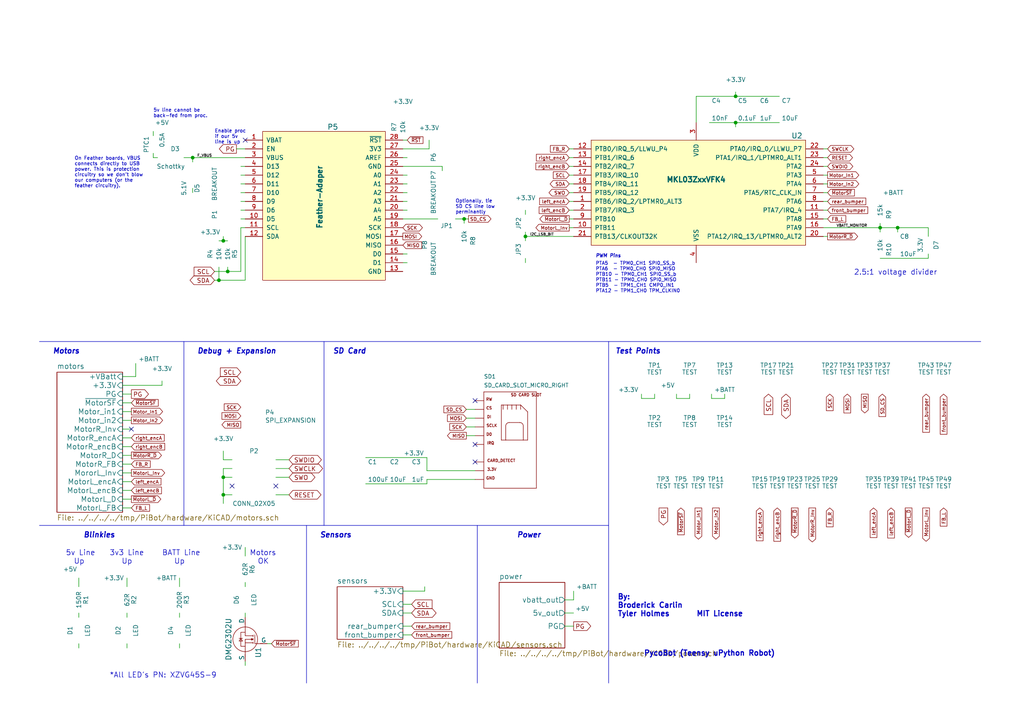
<source format=kicad_sch>
(kicad_sch (version 20230121) (generator eeschema)
  (paper "A4")
  (junction (at 134.62 63.5))
  (junction (at 63.5 81.28))
  (junction (at 66.04 78.74))
  (junction (at 64.77 143.51))
  (junction (at 260.35 66.04))
  (junction (at 55.88 45.72))
  (junction (at 64.77 138.43))
  (junction (at 255.27 66.04))
  (junction (at 213.36 27.94))
  (junction (at 152.4 68.58))
  (junction (at 64.77 69.85))
  (junction (at 213.36 35.56))
  (no_connect (at 71.12 40.64))
  (no_connect (at 137.795 116.205))
  (no_connect (at 137.795 133.985))
  (no_connect (at 80.01 140.97))
  (no_connect (at 67.31 140.97))
  (no_connect (at 38.1 124.46))
  (no_connect (at 137.795 128.905))
  (wire (pts (xy 135.255 118.745) (xy 137.795 118.745)))
  (wire (pts (xy 71.12 158.75) (xy 71.12 161.29)))
  (wire (pts (xy 123.825 140.335) (xy 123.825 139.065)))
  (wire (pts (xy 52.07 167.64) (xy 52.07 170.18)))
  (wire (pts (xy 240.03 48.26) (xy 238.76 48.26)))
  (wire (pts (xy 240.03 58.42) (xy 238.76 58.42)))
  (wire (pts (xy 52.07 177.8) (xy 52.07 179.07)))
  (wire (pts (xy 166.37 173.99) (xy 166.37 171.45)))
  (wire (pts (xy 68.58 43.18) (xy 71.12 43.18)))
  (wire (pts (xy 200.025 115.57) (xy 196.215 115.57)))
  (wire (pts (xy 166.37 58.42) (xy 165.1 58.42)))
  (wire (pts (xy 166.37 63.5) (xy 165.1 63.5)))
  (wire (pts (xy 240.03 63.5) (xy 238.76 63.5)))
  (wire (pts (xy 196.215 115.57) (xy 196.215 114.3)))
  (wire (pts (xy 46.99 110.49) (xy 46.99 111.76)))
  (wire (pts (xy 71.12 50.8) (xy 69.85 50.8)))
  (wire (pts (xy 163.83 177.8) (xy 166.37 177.8)))
  (wire (pts (xy 116.84 48.26) (xy 128.27 48.26)))
  (polyline (pts (xy 138.43 152.4) (xy 138.43 198.12)))
  (wire (pts (xy 80.01 138.43) (xy 83.82 138.43)))
  (wire (pts (xy 71.12 179.07) (xy 71.12 177.8)))
  (wire (pts (xy 255.27 74.93) (xy 269.24 74.93)))
  (wire (pts (xy 134.62 63.5) (xy 135.89 63.5)))
  (wire (pts (xy 135.255 123.825) (xy 137.795 123.825)))
  (wire (pts (xy 163.83 181.61) (xy 166.37 181.61)))
  (wire (pts (xy 116.84 40.64) (xy 118.11 40.64)))
  (wire (pts (xy 66.04 78.74) (xy 69.85 78.74)))
  (wire (pts (xy 36.83 177.8) (xy 36.83 179.07)))
  (wire (pts (xy 166.37 45.72) (xy 165.1 45.72)))
  (wire (pts (xy 36.83 186.69) (xy 36.83 187.96)))
  (wire (pts (xy 238.76 68.58) (xy 240.03 68.58)))
  (wire (pts (xy 106.045 132.715) (xy 123.825 132.715)))
  (wire (pts (xy 38.1 139.7) (xy 35.56 139.7)))
  (wire (pts (xy 66.04 77.47) (xy 66.04 78.74)))
  (wire (pts (xy 53.34 45.72) (xy 55.88 45.72)))
  (polyline (pts (xy 93.98 99.06) (xy 93.98 152.4)))
  (wire (pts (xy 63.5 69.85) (xy 64.77 69.85)))
  (wire (pts (xy 116.84 43.18) (xy 124.46 43.18)))
  (wire (pts (xy 64.77 130.81) (xy 64.77 133.35)))
  (wire (pts (xy 186.055 114.3) (xy 186.055 115.57)))
  (wire (pts (xy 38.1 134.62) (xy 35.56 134.62)))
  (wire (pts (xy 240.03 50.8) (xy 238.76 50.8)))
  (wire (pts (xy 38.1 137.16) (xy 35.56 137.16)))
  (wire (pts (xy 119.38 177.8) (xy 116.84 177.8)))
  (wire (pts (xy 269.24 66.04) (xy 269.24 68.58)))
  (polyline (pts (xy 88.9 198.12) (xy 88.9 152.4)))
  (wire (pts (xy 238.76 60.96) (xy 240.03 60.96)))
  (wire (pts (xy 38.1 121.92) (xy 35.56 121.92)))
  (wire (pts (xy 46.99 111.76) (xy 35.56 111.76)))
  (wire (pts (xy 45.72 45.72) (xy 44.45 45.72)))
  (wire (pts (xy 64.77 143.51) (xy 67.31 143.51)))
  (wire (pts (xy 269.24 74.93) (xy 269.24 73.66)))
  (wire (pts (xy 238.76 66.04) (xy 255.27 66.04)))
  (wire (pts (xy 135.255 121.285) (xy 137.795 121.285)))
  (wire (pts (xy 62.23 78.74) (xy 66.04 78.74)))
  (wire (pts (xy 213.36 27.94) (xy 226.06 27.94)))
  (wire (pts (xy 35.56 124.46) (xy 38.1 124.46)))
  (wire (pts (xy 69.85 48.26) (xy 71.12 48.26)))
  (wire (pts (xy 38.1 116.84) (xy 35.56 116.84)))
  (wire (pts (xy 124.46 43.18) (xy 124.46 40.64)))
  (wire (pts (xy 38.1 132.08) (xy 35.56 132.08)))
  (wire (pts (xy 116.84 53.34) (xy 118.11 53.34)))
  (wire (pts (xy 71.12 170.18) (xy 71.12 168.91)))
  (wire (pts (xy 52.07 186.69) (xy 52.07 187.96)))
  (wire (pts (xy 165.1 48.26) (xy 166.37 48.26)))
  (wire (pts (xy 240.03 43.18) (xy 238.76 43.18)))
  (wire (pts (xy 166.37 50.8) (xy 165.1 50.8)))
  (wire (pts (xy 186.055 115.57) (xy 189.865 115.57)))
  (wire (pts (xy 205.74 35.56) (xy 213.36 35.56)))
  (wire (pts (xy 63.5 77.47) (xy 63.5 81.28)))
  (wire (pts (xy 206.375 114.3) (xy 206.375 115.57)))
  (wire (pts (xy 69.85 53.34) (xy 71.12 53.34)))
  (wire (pts (xy 63.5 81.28) (xy 71.12 81.28)))
  (wire (pts (xy 240.03 55.88) (xy 238.76 55.88)))
  (wire (pts (xy 80.01 143.51) (xy 83.82 143.51)))
  (wire (pts (xy 80.01 133.35) (xy 83.82 133.35)))
  (wire (pts (xy 36.83 167.64) (xy 36.83 170.18)))
  (wire (pts (xy 22.86 177.8) (xy 22.86 179.07)))
  (wire (pts (xy 62.23 81.28) (xy 63.5 81.28)))
  (wire (pts (xy 152.4 74.93) (xy 152.4 76.2)))
  (wire (pts (xy 200.025 114.3) (xy 200.025 115.57)))
  (wire (pts (xy 38.1 119.38) (xy 35.56 119.38)))
  (wire (pts (xy 69.85 63.5) (xy 71.12 63.5)))
  (wire (pts (xy 67.31 138.43) (xy 64.77 138.43)))
  (wire (pts (xy 71.12 193.04) (xy 71.12 191.77)))
  (polyline (pts (xy 53.34 99.06) (xy 53.34 152.4)))
  (wire (pts (xy 260.35 66.04) (xy 260.35 67.31)))
  (wire (pts (xy 152.4 67.31) (xy 152.4 68.58)))
  (wire (pts (xy 116.84 58.42) (xy 118.11 58.42)))
  (wire (pts (xy 255.27 64.77) (xy 255.27 66.04)))
  (wire (pts (xy 123.825 139.065) (xy 137.795 139.065)))
  (polyline (pts (xy 176.53 99.06) (xy 176.53 198.12)))
  (wire (pts (xy 201.93 27.94) (xy 213.36 27.94)))
  (wire (pts (xy 78.74 186.69) (xy 77.47 186.69)))
  (wire (pts (xy 134.62 64.77) (xy 134.62 63.5)))
  (wire (pts (xy 119.38 181.61) (xy 116.84 181.61)))
  (wire (pts (xy 64.77 143.51) (xy 64.77 146.05)))
  (wire (pts (xy 118.11 55.88) (xy 116.84 55.88)))
  (wire (pts (xy 64.77 68.58) (xy 64.77 69.85)))
  (wire (pts (xy 132.08 63.5) (xy 134.62 63.5)))
  (wire (pts (xy 35.56 142.24) (xy 38.1 142.24)))
  (wire (pts (xy 135.255 126.365) (xy 137.795 126.365)))
  (wire (pts (xy 128.27 48.26) (xy 128.27 49.53)))
  (polyline (pts (xy 11.43 99.06) (xy 284.48 99.06)))
  (wire (pts (xy 64.77 69.85) (xy 66.04 69.85)))
  (wire (pts (xy 106.045 140.335) (xy 123.825 140.335)))
  (wire (pts (xy 166.37 66.04) (xy 165.1 66.04)))
  (wire (pts (xy 152.4 60.96) (xy 152.4 62.23)))
  (wire (pts (xy 55.88 46.99) (xy 55.88 45.72)))
  (wire (pts (xy 71.12 55.88) (xy 69.85 55.88)))
  (wire (pts (xy 69.85 78.74) (xy 69.85 66.04)))
  (wire (pts (xy 38.1 144.78) (xy 35.56 144.78)))
  (wire (pts (xy 38.1 127) (xy 35.56 127)))
  (polyline (pts (xy 11.43 152.4) (xy 176.53 152.4)))
  (wire (pts (xy 119.38 184.15) (xy 116.84 184.15)))
  (wire (pts (xy 238.76 53.34) (xy 240.03 53.34)))
  (wire (pts (xy 38.1 129.54) (xy 35.56 129.54)))
  (wire (pts (xy 166.37 43.18) (xy 165.1 43.18)))
  (wire (pts (xy 38.1 147.32) (xy 35.56 147.32)))
  (wire (pts (xy 152.4 68.58) (xy 166.37 68.58)))
  (wire (pts (xy 39.37 105.41) (xy 39.37 109.22)))
  (wire (pts (xy 71.12 60.96) (xy 69.85 60.96)))
  (wire (pts (xy 118.11 76.2) (xy 116.84 76.2)))
  (wire (pts (xy 71.12 81.28) (xy 71.12 68.58)))
  (wire (pts (xy 44.45 45.72) (xy 44.45 44.45)))
  (wire (pts (xy 255.27 66.04) (xy 260.35 66.04)))
  (wire (pts (xy 118.11 45.72) (xy 116.84 45.72)))
  (wire (pts (xy 55.88 54.61) (xy 55.88 55.88)))
  (wire (pts (xy 64.77 138.43) (xy 64.77 143.51)))
  (wire (pts (xy 206.375 115.57) (xy 210.185 115.57)))
  (wire (pts (xy 38.1 114.3) (xy 35.56 114.3)))
  (wire (pts (xy 213.36 35.56) (xy 226.06 35.56)))
  (wire (pts (xy 260.35 66.04) (xy 269.24 66.04)))
  (wire (pts (xy 189.865 115.57) (xy 189.865 114.3)))
  (wire (pts (xy 67.31 135.89) (xy 64.77 135.89)))
  (wire (pts (xy 163.83 173.99) (xy 166.37 173.99)))
  (wire (pts (xy 55.88 45.72) (xy 71.12 45.72)))
  (wire (pts (xy 118.11 50.8) (xy 116.84 50.8)))
  (wire (pts (xy 116.84 63.5) (xy 127 63.5)))
  (wire (pts (xy 152.4 68.58) (xy 152.4 69.85)))
  (wire (pts (xy 39.37 109.22) (xy 35.56 109.22)))
  (wire (pts (xy 69.85 66.04) (xy 71.12 66.04)))
  (wire (pts (xy 64.77 133.35) (xy 67.31 133.35)))
  (wire (pts (xy 118.11 73.66) (xy 116.84 73.66)))
  (wire (pts (xy 165.1 60.96) (xy 166.37 60.96)))
  (wire (pts (xy 123.19 171.45) (xy 116.84 171.45)))
  (wire (pts (xy 240.03 45.72) (xy 238.76 45.72)))
  (wire (pts (xy 118.11 60.96) (xy 116.84 60.96)))
  (wire (pts (xy 64.77 135.89) (xy 64.77 138.43)))
  (wire (pts (xy 119.38 175.26) (xy 116.84 175.26)))
  (wire (pts (xy 44.45 38.1) (xy 44.45 39.37)))
  (wire (pts (xy 255.27 66.04) (xy 255.27 67.31)))
  (wire (pts (xy 213.36 35.56) (xy 213.36 36.83)))
  (wire (pts (xy 22.86 167.64) (xy 22.86 170.18)))
  (wire (pts (xy 165.1 53.34) (xy 166.37 53.34)))
  (wire (pts (xy 210.185 114.3) (xy 210.185 115.57)))
  (wire (pts (xy 80.01 135.89) (xy 83.82 135.89)))
  (wire (pts (xy 123.825 132.715) (xy 123.825 136.525)))
  (wire (pts (xy 69.85 58.42) (xy 71.12 58.42)))
  (wire (pts (xy 165.1 55.88) (xy 166.37 55.88)))
  (wire (pts (xy 123.825 136.525) (xy 137.795 136.525)))
  (wire (pts (xy 123.19 170.18) (xy 123.19 171.45)))
  (wire (pts (xy 22.86 186.69) (xy 22.86 187.96)))
  (wire (pts (xy 201.93 27.94) (xy 201.93 35.56)))
  (wire (pts (xy 213.36 26.67) (xy 213.36 27.94)))
  (text "PWM Pins\n" (at 172.72 74.93 0) (effects (font (size 0.9906 0.9906) (thickness 0.1981) bold italic) (justify left bottom)))
  (text "On Feather boards, VBUS\nconnects directly to USB\npower. This is protection \ncircuitry so we don’t blow\nour computers (or the\nfeather circuitry)." (at 21.59 54.61 0) (effects (font (size 0.9906 0.9906)) (justify left bottom)))
  (text "5v line cannot be\nback-fed from proc." (at 44.45 34.29 0) (effects (font (size 0.9906 0.9906)) (justify left bottom)))
  (text "*All LED's PN: XZVG45S-9" (at 31.75 196.85 0) (effects (font (size 1.524 1.524)) (justify left bottom)))
  (text "Enable proc\nif our 5v\nline is up" (at 62.23 41.91 0) (effects (font (size 0.9906 0.9906)) (justify left bottom)))
  (text "PycoBot (Teensy uPython Robot)" (at 186.69 190.5 0) (effects (font (size 1.524 1.524) (thickness 0.3048) bold) (justify left bottom)))
  (text "Test Points" (at 178.435 102.87 0) (effects (font (size 1.524 1.524) (thickness 0.3048) bold italic) (justify left bottom)))
  (text "Sensors" (at 92.71 156.21 0) (effects (font (size 1.524 1.524) (thickness 0.3048) bold italic) (justify left bottom)))
  (text "Optionally, tie\nSD CS line low\nperminantly" (at 132.08 62.23 0) (effects (font (size 0.9906 0.9906)) (justify left bottom)))
  (text "By:\nBroderick Carlin\nTyler Holmes" (at 179.07 179.07 0) (effects (font (size 1.524 1.524) (thickness 0.3048) bold) (justify left bottom)))
  (text "MIT License\n" (at 201.93 179.07 0) (effects (font (size 1.524 1.524) (thickness 0.3048) bold) (justify left bottom)))
  (text "BATT Line\n   Up" (at 46.99 163.83 0) (effects (font (size 1.524 1.524)) (justify left bottom)))
  (text "5v Line\n  Up" (at 19.05 163.83 0) (effects (font (size 1.524 1.524)) (justify left bottom)))
  (text "SD Card" (at 96.52 102.87 0) (effects (font (size 1.524 1.524) (thickness 0.3048) bold italic) (justify left bottom)))
  (text "PTA5  - TPM0_CH1 SPI0_SS_b\nPTA6  - TPM0_CH0 SPI0_MISO\nPTB10 - TPM0_CH1 SPI0_SS_b\nPTB11 - TPM0_CH0 SPI0_MISO\nPTB5  - TPM1_CH1 CMP0_IN1\nPTA12 - TPM1_CH0 TPM_CLKIN0\n" (at 172.72 85.09 0) (effects (font (size 0.9906 0.9906)) (justify left bottom)))
  (text "Power" (at 149.86 156.21 0) (effects (font (size 1.524 1.524) (thickness 0.3048) bold italic) (justify left bottom)))
  (text "Blinkies" (at 24.13 156.21 0) (effects (font (size 1.524 1.524) (thickness 0.3048) bold italic) (justify left bottom)))
  (text "Motors\n  OK" (at 72.39 163.83 0) (effects (font (size 1.524 1.524)) (justify left bottom)))
  (text "Debug + Expansion" (at 57.15 102.87 0) (effects (font (size 1.524 1.524) (thickness 0.3048) bold italic) (justify left bottom)))
  (text "Motors" (at 15.24 102.87 0) (effects (font (size 1.524 1.524) (thickness 0.3048) bold italic) (justify left bottom)))
  (text "2.5:1 voltage divider" (at 247.65 80.01 0) (effects (font (size 1.524 1.524)) (justify left bottom)))
  (text "3v3 Line\n   Up" (at 31.75 163.83 0) (effects (font (size 1.524 1.524)) (justify left bottom)))
  (label "I2C_LSB_BIT" (at 153.67 68.58 0) (effects (font (size 0.762 0.762))))
  (label "VBATT_MONITOR" (at 242.57 66.04 0) (effects (font (size 0.762 0.762))))
  (label "F_VBUS" (at 57.15 45.72 0) (effects (font (size 0.762 0.762))))
  (global_label "Motor_In1" (shape output) (at 202.565 147.32 270) (effects (font (size 0.9906 0.9906))) (property "Intersheetrefs" "${INTERSHEET_REFS}" (effects hide)))
  (global_label "SWO" (shape bidirectional) (at 83.82 138.43 0) (property "Intersheetrefs" "${INTERSHEET_REFS}" (effects hide)))
  (global_label "SDA" (shape bidirectional) (at 227.965 114.3 270) (property "Intersheetrefs" "${INTERSHEET_REFS}" (effects hide)))
  (global_label "left_encB" (shape input) (at 258.445 147.32 270) (effects (font (size 0.9906 0.9906))) (property "Intersheetrefs" "${INTERSHEET_REFS}" (effects hide)))
  (global_label "Motor_In2" (shape output) (at 38.1 121.92 0) (effects (font (size 0.9906 0.9906))) (property "Intersheetrefs" "${INTERSHEET_REFS}" (effects hide)))
  (global_label "SCK" (shape input) (at 240.665 114.3 270) (effects (font (size 0.9906 0.9906))) (property "Intersheetrefs" "${INTERSHEET_REFS}" (effects hide)))
  (global_label "MOSI" (shape input) (at 245.745 114.3 270) (effects (font (size 0.9906 0.9906))) (property "Intersheetrefs" "${INTERSHEET_REFS}" (effects hide)))
  (global_label "left_encB" (shape input) (at 165.1 60.96 180) (effects (font (size 0.9906 0.9906))) (property "Intersheetrefs" "${INTERSHEET_REFS}" (effects hide)))
  (global_label "rear_bumper" (shape input) (at 268.605 114.3 270) (effects (font (size 0.9906 0.9906))) (property "Intersheetrefs" "${INTERSHEET_REFS}" (effects hide)))
  (global_label "right_encA" (shape input) (at 220.345 147.32 270) (effects (font (size 0.9906 0.9906))) (property "Intersheetrefs" "${INTERSHEET_REFS}" (effects hide)))
  (global_label "SCL" (shape input) (at 62.23 78.74 180) (property "Intersheetrefs" "${INTERSHEET_REFS}" (effects hide)))
  (global_label "Motor_In2" (shape output) (at 240.03 53.34 0) (effects (font (size 0.9906 0.9906))) (property "Intersheetrefs" "${INTERSHEET_REFS}" (effects hide)))
  (global_label "SWCLK" (shape bidirectional) (at 240.03 43.18 0) (effects (font (size 0.9906 0.9906))) (property "Intersheetrefs" "${INTERSHEET_REFS}" (effects hide)))
  (global_label "FB_R" (shape input) (at 240.665 147.32 270) (effects (font (size 0.9906 0.9906))) (property "Intersheetrefs" "${INTERSHEET_REFS}" (effects hide)))
  (global_label "MISO" (shape output) (at 135.255 126.365 180) (effects (font (size 0.9906 0.9906))) (property "Intersheetrefs" "${INTERSHEET_REFS}" (effects hide)))
  (global_label "MotorL_Inv" (shape output) (at 268.605 147.32 270) (effects (font (size 0.9906 0.9906))) (property "Intersheetrefs" "${INTERSHEET_REFS}" (effects hide)))
  (global_label "~{MotorL_D}" (shape output) (at 263.525 147.32 270) (effects (font (size 0.9906 0.9906))) (property "Intersheetrefs" "${INTERSHEET_REFS}" (effects hide)))
  (global_label "SWDIO" (shape bidirectional) (at 240.03 48.26 0) (effects (font (size 0.9906 0.9906))) (property "Intersheetrefs" "${INTERSHEET_REFS}" (effects hide)))
  (global_label "right_encA" (shape input) (at 38.1 127 0) (effects (font (size 0.9906 0.9906))) (property "Intersheetrefs" "${INTERSHEET_REFS}" (effects hide)))
  (global_label "~{MotorSF}" (shape input) (at 197.485 147.32 270) (effects (font (size 0.9906 0.9906))) (property "Intersheetrefs" "${INTERSHEET_REFS}" (effects hide)))
  (global_label "right_encB" (shape input) (at 225.425 147.32 270) (effects (font (size 0.9906 0.9906))) (property "Intersheetrefs" "${INTERSHEET_REFS}" (effects hide)))
  (global_label "rear_bumper" (shape input) (at 240.03 58.42 0) (effects (font (size 0.9906 0.9906))) (property "Intersheetrefs" "${INTERSHEET_REFS}" (effects hide)))
  (global_label "~{MotorSF}" (shape input) (at 38.1 116.84 0) (effects (font (size 0.9906 0.9906))) (property "Intersheetrefs" "${INTERSHEET_REFS}" (effects hide)))
  (global_label "SCL" (shape input) (at 69.85 107.95 180) (property "Intersheetrefs" "${INTERSHEET_REFS}" (effects hide)))
  (global_label "~{MotorL_D}" (shape output) (at 38.1 144.78 0) (effects (font (size 0.9906 0.9906))) (property "Intersheetrefs" "${INTERSHEET_REFS}" (effects hide)))
  (global_label "MotorL_Inv" (shape output) (at 165.1 66.04 180) (effects (font (size 0.9906 0.9906))) (property "Intersheetrefs" "${INTERSHEET_REFS}" (effects hide)))
  (global_label "Motor_In1" (shape output) (at 38.1 119.38 0) (effects (font (size 0.9906 0.9906))) (property "Intersheetrefs" "${INTERSHEET_REFS}" (effects hide)))
  (global_label "SDA" (shape bidirectional) (at 165.1 53.34 180) (effects (font (size 0.9906 0.9906))) (property "Intersheetrefs" "${INTERSHEET_REFS}" (effects hide)))
  (global_label "RESET" (shape bidirectional) (at 240.03 45.72 0) (effects (font (size 0.9906 0.9906))) (property "Intersheetrefs" "${INTERSHEET_REFS}" (effects hide)))
  (global_label "~{MotorL_D}" (shape output) (at 165.1 63.5 180) (effects (font (size 0.9906 0.9906))) (property "Intersheetrefs" "${INTERSHEET_REFS}" (effects hide)))
  (global_label "Motor_In1" (shape output) (at 240.03 50.8 0) (effects (font (size 0.9906 0.9906))) (property "Intersheetrefs" "${INTERSHEET_REFS}" (effects hide)))
  (global_label "right_encA" (shape input) (at 165.1 45.72 180) (effects (font (size 0.9906 0.9906))) (property "Intersheetrefs" "${INTERSHEET_REFS}" (effects hide)))
  (global_label "~{RST}" (shape input) (at 118.11 40.64 0) (effects (font (size 0.9906 0.9906))) (property "Intersheetrefs" "${INTERSHEET_REFS}" (effects hide)))
  (global_label "SDA" (shape bidirectional) (at 62.23 81.28 180) (property "Intersheetrefs" "${INTERSHEET_REFS}" (effects hide)))
  (global_label "SCK" (shape input) (at 69.85 118.11 180) (effects (font (size 0.9906 0.9906))) (property "Intersheetrefs" "${INTERSHEET_REFS}" (effects hide)))
  (global_label "RESET" (shape bidirectional) (at 83.82 143.51 0) (property "Intersheetrefs" "${INTERSHEET_REFS}" (effects hide)))
  (global_label "front_bumper" (shape input) (at 240.03 60.96 0) (effects (font (size 0.9906 0.9906))) (property "Intersheetrefs" "${INTERSHEET_REFS}" (effects hide)))
  (global_label "right_encB" (shape input) (at 165.1 48.26 180) (effects (font (size 0.9906 0.9906))) (property "Intersheetrefs" "${INTERSHEET_REFS}" (effects hide)))
  (global_label "~{MotorR_D}" (shape output) (at 240.03 68.58 0) (effects (font (size 0.9906 0.9906))) (property "Intersheetrefs" "${INTERSHEET_REFS}" (effects hide)))
  (global_label "~{MotorSF}" (shape input) (at 78.74 186.69 0) (effects (font (size 0.9906 0.9906))) (property "Intersheetrefs" "${INTERSHEET_REFS}" (effects hide)))
  (global_label "front_bumper" (shape input) (at 273.685 114.3 270) (effects (font (size 0.9906 0.9906))) (property "Intersheetrefs" "${INTERSHEET_REFS}" (effects hide)))
  (global_label "Motor_In2" (shape output) (at 207.645 147.32 270) (effects (font (size 0.9906 0.9906))) (property "Intersheetrefs" "${INTERSHEET_REFS}" (effects hide)))
  (global_label "PG" (shape output) (at 68.58 43.18 180) (property "Intersheetrefs" "${INTERSHEET_REFS}" (effects hide)))
  (global_label "SDA" (shape bidirectional) (at 119.38 177.8 0) (property "Intersheetrefs" "${INTERSHEET_REFS}" (effects hide)))
  (global_label "~{MotorSF}" (shape input) (at 240.03 55.88 0) (effects (font (size 0.9906 0.9906))) (property "Intersheetrefs" "${INTERSHEET_REFS}" (effects hide)))
  (global_label "FB_L" (shape input) (at 240.03 63.5 0) (effects (font (size 0.9906 0.9906))) (property "Intersheetrefs" "${INTERSHEET_REFS}" (effects hide)))
  (global_label "MOSI" (shape input) (at 69.85 120.65 180) (effects (font (size 0.9906 0.9906))) (property "Intersheetrefs" "${INTERSHEET_REFS}" (effects hide)))
  (global_label "MOSI" (shape output) (at 116.84 68.58 0) (effects (font (size 0.9906 0.9906))) (property "Intersheetrefs" "${INTERSHEET_REFS}" (effects hide)))
  (global_label "SWO" (shape bidirectional) (at 165.1 55.88 180) (effects (font (size 0.9906 0.9906))) (property "Intersheetrefs" "${INTERSHEET_REFS}" (effects hide)))
  (global_label "left_encA" (shape input) (at 38.1 139.7 0) (effects (font (size 0.9906 0.9906))) (property "Intersheetrefs" "${INTERSHEET_REFS}" (effects hide)))
  (global_label "MISO" (shape output) (at 250.825 114.3 270) (effects (font (size 0.9906 0.9906))) (property "Intersheetrefs" "${INTERSHEET_REFS}" (effects hide)))
  (global_label "right_encB" (shape input) (at 38.1 129.54 0) (effects (font (size 0.9906 0.9906))) (property "Intersheetrefs" "${INTERSHEET_REFS}" (effects hide)))
  (global_label "MotorR_Inv" (shape output) (at 235.585 147.32 270) (effects (font (size 0.9906 0.9906))) (property "Intersheetrefs" "${INTERSHEET_REFS}" (effects hide)))
  (global_label "FB_R" (shape input) (at 165.1 43.18 180) (effects (font (size 0.9906 0.9906))) (property "Intersheetrefs" "${INTERSHEET_REFS}" (effects hide)))
  (global_label "~{MotorR_D}" (shape output) (at 230.505 147.32 270) (effects (font (size 0.9906 0.9906))) (property "Intersheetrefs" "${INTERSHEET_REFS}" (effects hide)))
  (global_label "SCL" (shape input) (at 165.1 50.8 180) (effects (font (size 0.9906 0.9906))) (property "Intersheetrefs" "${INTERSHEET_REFS}" (effects hide)))
  (global_label "rear_bumper" (shape input) (at 119.38 181.61 0) (effects (font (size 0.9906 0.9906))) (property "Intersheetrefs" "${INTERSHEET_REFS}" (effects hide)))
  (global_label "left_encA" (shape input) (at 165.1 58.42 180) (effects (font (size 0.9906 0.9906))) (property "Intersheetrefs" "${INTERSHEET_REFS}" (effects hide)))
  (global_label "MotorL_Inv" (shape output) (at 38.1 137.16 0) (effects (font (size 0.9906 0.9906))) (property "Intersheetrefs" "${INTERSHEET_REFS}" (effects hide)))
  (global_label "left_encB" (shape input) (at 38.1 142.24 0) (effects (font (size 0.9906 0.9906))) (property "Intersheetrefs" "${INTERSHEET_REFS}" (effects hide)))
  (global_label "FB_L" (shape input) (at 273.685 147.32 270) (effects (font (size 0.9906 0.9906))) (property "Intersheetrefs" "${INTERSHEET_REFS}" (effects hide)))
  (global_label "SCL" (shape input) (at 222.885 114.3 270) (property "Intersheetrefs" "${INTERSHEET_REFS}" (effects hide)))
  (global_label "SD_CS" (shape output) (at 135.89 63.5 0) (effects (font (size 0.9906 0.9906))) (property "Intersheetrefs" "${INTERSHEET_REFS}" (effects hide)))
  (global_label "FB_R" (shape input) (at 38.1 134.62 0) (effects (font (size 0.9906 0.9906))) (property "Intersheetrefs" "${INTERSHEET_REFS}" (effects hide)))
  (global_label "SCL" (shape input) (at 119.38 175.26 0) (property "Intersheetrefs" "${INTERSHEET_REFS}" (effects hide)))
  (global_label "MISO" (shape output) (at 69.85 123.19 180) (effects (font (size 0.9906 0.9906))) (property "Intersheetrefs" "${INTERSHEET_REFS}" (effects hide)))
  (global_label "SCK" (shape bidirectional) (at 116.84 66.04 0) (effects (font (size 0.9906 0.9906))) (property "Intersheetrefs" "${INTERSHEET_REFS}" (effects hide)))
  (global_label "FB_L" (shape input) (at 38.1 147.32 0) (effects (font (size 0.9906 0.9906))) (property "Intersheetrefs" "${INTERSHEET_REFS}" (effects hide)))
  (global_label "SWDIO" (shape bidirectional) (at 83.82 133.35 0) (property "Intersheetrefs" "${INTERSHEET_REFS}" (effects hide)))
  (global_label "PG" (shape output) (at 166.37 181.61 0) (property "Intersheetrefs" "${INTERSHEET_REFS}" (effects hide)))
  (global_label "MISO" (shape input) (at 116.84 71.12 0) (effects (font (size 0.9906 0.9906))) (property "Intersheetrefs" "${INTERSHEET_REFS}" (effects hide)))
  (global_label "SCK" (shape input) (at 135.255 123.825 180) (effects (font (size 0.9906 0.9906))) (property "Intersheetrefs" "${INTERSHEET_REFS}" (effects hide)))
  (global_label "SD_CS" (shape input) (at 135.255 118.745 180) (effects (font (size 0.9906 0.9906))) (property "Intersheetrefs" "${INTERSHEET_REFS}" (effects hide)))
  (global_label "front_bumper" (shape input) (at 119.38 184.15 0) (effects (font (size 0.9906 0.9906))) (property "Intersheetrefs" "${INTERSHEET_REFS}" (effects hide)))
  (global_label "PG" (shape output) (at 192.405 147.32 270) (property "Intersheetrefs" "${INTERSHEET_REFS}" (effects hide)))
  (global_label "SWCLK" (shape bidirectional) (at 83.82 135.89 0) (property "Intersheetrefs" "${INTERSHEET_REFS}" (effects hide)))
  (global_label "~{MotorR_D}" (shape output) (at 38.1 132.08 0) (effects (font (size 0.9906 0.9906))) (property "Intersheetrefs" "${INTERSHEET_REFS}" (effects hide)))
  (global_label "PG" (shape output) (at 38.1 114.3 0) (property "Intersheetrefs" "${INTERSHEET_REFS}" (effects hide)))
  (global_label "SD_CS" (shape input) (at 255.905 114.3 270) (effects (font (size 0.9906 0.9906))) (property "Intersheetrefs" "${INTERSHEET_REFS}" (effects hide)))
  (global_label "SDA" (shape bidirectional) (at 69.85 110.49 180) (property "Intersheetrefs" "${INTERSHEET_REFS}" (effects hide)))
  (global_label "MOSI" (shape input) (at 135.255 121.285 180) (effects (font (size 0.9906 0.9906))) (property "Intersheetrefs" "${INTERSHEET_REFS}" (effects hide)))
  (global_label "left_encA" (shape input) (at 253.365 147.32 270) (effects (font (size 0.9906 0.9906))) (property "Intersheetrefs" "${INTERSHEET_REFS}" (effects hide)))
  (symbol (lib_id "PiBot:Feather-Adaper") (at 93.98 57.15 0) (unit 1)
    (property "Reference" "P5" (at 96.52 36.83 0) (effects (font (size 1.524 1.524))))
    (property "Value" "Feather-Adaper" (at 92.71 57.15 90) (effects (font (size 1.524 1.524) bold)))
    (property "Footprint" "PiBot:feather-headers" (effects hide))
  )
  (symbol (lib_id "+3.3V") (at 124.46 40.64 0) (unit 1)
    (property "Reference" "#PWR01" (effects hide))
    (property "Value" "+3.3V" (at 124.46 37.084 0))
  )
  (symbol (lib_id "GND") (at 128.27 49.53 0) (unit 1)
    (property "Reference" "#PWR02" (effects hide))
    (property "Value" "GND" (effects hide))
  )
  (symbol (lib_id "R") (at 116.84 36.83 0) (unit 1)
    (property "Reference" "R7" (at 114.3 36.83 90))
    (property "Value" "10k" (at 116.84 36.83 90))
    (property "Footprint" "Resistors_SMD:R_0402" (effects hide))
  )
  (symbol (lib_id "R") (at 22.86 173.99 0) (unit 1)
    (property "Reference" "R1" (at 24.892 173.99 90))
    (property "Value" "150R" (at 22.86 173.99 90))
    (property "Footprint" "Resistors_SMD:R_0402" (effects hide))
  )
  (symbol (lib_id "LED") (at 22.86 182.88 90) (unit 1)
    (property "Reference" "D1" (at 20.32 182.88 0))
    (property "Value" "LED" (at 25.4 182.88 0))
    (property "Footprint" "PiBot:PLCC2-LED-Reverse" (effects hide))
    (property "Part Number" "XZVG45S-9" (effects hide))
  )
  (symbol (lib_id "GND") (at 22.86 187.96 0) (unit 1)
    (property "Reference" "#PWR03" (effects hide))
    (property "Value" "GND" (effects hide))
  )
  (symbol (lib_id "+5V") (at 44.45 38.1 0) (mirror y) (unit 1)
    (property "Reference" "#PWR04" (effects hide))
    (property "Value" "+5V" (at 46.99 35.56 0))
  )
  (symbol (lib_id "Polyfuse_Small") (at 44.45 41.91 0) (mirror y) (unit 1)
    (property "Reference" "PTC1" (at 43.18 41.91 90) (effects (justify top)))
    (property "Value" "0.5A" (at 46.99 40.64 90))
    (property "Footprint" "Fuse_Holders_and_Fuses:Fuse_SMD1206_Reflow" (effects hide))
    (property "MPN" "0ZCJ0050FF2G" (effects hide))
    (property "DigiKey Link" "http://www.digikey.com/product-detail/en/bel-fuse-inc/0ZCJ0050FF2G/507-1802-1-ND/4156236" (effects hide))
  )
  (symbol (lib_id "D_Zener") (at 55.88 50.8 90) (mirror x) (unit 1)
    (property "Reference" "D5" (at 57.15 54.61 0))
    (property "Value" "5.1V" (at 53.34 54.61 0))
    (property "Footprint" "Diodes_SMD:SMA_Standard" (effects hide))
    (property "Part Number" "SMAZ5V1-13-F" (effects hide))
    (property "DigiKey Link" "http://www.digikey.com/product-detail/en/diodes-incorporated/SMAZ5V1-13-F/SMAZ5V1-FDICT-ND/725074" (effects hide))
  )
  (symbol (lib_id "GND") (at 55.88 55.88 0) (mirror y) (unit 1)
    (property "Reference" "#PWR05" (effects hide))
    (property "Value" "GND" (effects hide))
  )
  (symbol (lib_id "R") (at 63.5 73.66 0) (unit 1)
    (property "Reference" "R4" (at 60.96 73.66 90))
    (property "Value" "10k" (at 63.5 73.66 90))
    (property "Footprint" "Resistors_SMD:R_0402" (effects hide))
  )
  (symbol (lib_id "R") (at 66.04 73.66 0) (unit 1)
    (property "Reference" "R5" (at 68.072 73.66 90))
    (property "Value" "10k" (at 66.04 73.66 90))
    (property "Footprint" "Resistors_SMD:R_0402" (effects hide))
  )
  (symbol (lib_id "+3.3V") (at 64.77 68.58 0) (unit 1)
    (property "Reference" "#PWR06" (effects hide))
    (property "Value" "+3.3V" (at 60.96 67.31 0))
  )
  (symbol (lib_id "D_Schottky") (at 49.53 45.72 0) (mirror y) (unit 1)
    (property "Reference" "D3" (at 50.8 43.18 0))
    (property "Value" "Schottky" (at 49.53 48.26 0))
    (property "Footprint" "Diodes_SMD:SOD-323" (effects hide))
    (property "MPN" "CUS10S30H3FCT-ND" (effects hide))
    (property "Vf" "230mV @ 100mA" (effects hide))
  )
  (symbol (lib_id "GND") (at 116.84 78.74 0) (unit 1)
    (property "Reference" "#PWR07" (effects hide))
    (property "Value" "GND" (effects hide))
  )
  (symbol (lib_id "CONN_01X02") (at 74.93 109.22 0) (unit 1)
    (property "Reference" "P3" (at 76.8858 108.1786 0) (effects (justify left)))
    (property "Value" "I2C_EXPANSION" (at 76.8858 110.49 0) (effects (justify left)))
    (property "Footprint" "Pin_Headers:Pin_Header_Straight_2x01_Pitch2.54mm" (effects hide))
  )
  (symbol (lib_id "CONN_01X03") (at 74.93 120.65 0) (unit 1)
    (property "Reference" "P4" (at 76.8858 119.6086 0) (effects (justify left)))
    (property "Value" "SPI_EXPANSION" (at 76.8858 121.92 0) (effects (justify left)))
    (property "Footprint" "Pin_Headers:Pin_Header_Straight_1x03_Pitch2.54mm" (effects hide))
  )
  (symbol (lib_id "R") (at 134.62 68.58 180) (unit 1)
    (property "Reference" "R8" (at 137.16 69.85 90))
    (property "Value" "10k" (at 134.62 68.58 90))
    (property "Footprint" "Resistors_SMD:R_0402" (effects hide))
  )
  (symbol (lib_id "GND") (at 134.62 72.39 0) (unit 1)
    (property "Reference" "#PWR08" (effects hide))
    (property "Value" "GND" (effects hide))
  )
  (symbol (lib_id "R") (at 36.83 173.99 0) (unit 1)
    (property "Reference" "R2" (at 38.862 173.99 90))
    (property "Value" "62R" (at 36.83 173.99 90))
    (property "Footprint" "Resistors_SMD:R_0402" (effects hide))
  )
  (symbol (lib_id "LED") (at 36.83 182.88 90) (unit 1)
    (property "Reference" "D2" (at 34.29 182.88 0))
    (property "Value" "LED" (at 39.37 182.88 0))
    (property "Footprint" "PiBot:PLCC2-LED-Reverse" (effects hide))
    (property "Part Number" "XZVG45S-9" (effects hide))
  )
  (symbol (lib_id "GND") (at 36.83 187.96 0) (unit 1)
    (property "Reference" "#PWR09" (effects hide))
    (property "Value" "GND" (effects hide))
  )
  (symbol (lib_id "+3.3V") (at 36.83 167.64 0) (unit 1)
    (property "Reference" "#PWR010" (effects hide))
    (property "Value" "+3.3V" (at 33.02 167.64 0))
  )
  (symbol (lib_id "R") (at 52.07 173.99 0) (unit 1)
    (property "Reference" "R3" (at 54.102 173.99 90))
    (property "Value" "200R" (at 52.07 173.99 90))
    (property "Footprint" "Resistors_SMD:R_0805" (effects hide))
  )
  (symbol (lib_id "LED") (at 52.07 182.88 90) (unit 1)
    (property "Reference" "D4" (at 49.53 182.88 0))
    (property "Value" "LED" (at 54.61 182.88 0))
    (property "Footprint" "PiBot:PLCC2-LED-Reverse" (effects hide))
    (property "Part Number" "XZVG45S-9" (effects hide))
  )
  (symbol (lib_id "GND") (at 52.07 187.96 0) (unit 1)
    (property "Reference" "#PWR011" (effects hide))
    (property "Value" "GND" (effects hide))
  )
  (symbol (lib_id "+BATT") (at 52.07 167.64 0) (unit 1)
    (property "Reference" "#PWR012" (effects hide))
    (property "Value" "+BATT" (at 48.26 167.64 0))
  )
  (symbol (lib_id "+5V") (at 22.86 167.64 0) (unit 1)
    (property "Reference" "#PWR013" (effects hide))
    (property "Value" "+5V" (at 20.32 165.1 0))
  )
  (symbol (lib_id "PiBot:MKL03ZxxVFK4") (at 201.93 55.88 0) (unit 1)
    (property "Reference" "U2" (at 231.14 39.37 0) (effects (font (size 1.524 1.524))))
    (property "Value" "MKL03ZxxVFK4" (at 201.93 52.07 0) (effects (font (size 1.524 1.524) bold)))
    (property "Footprint" "Housings_DFN_QFN:QFN-24_4x4mm_Pitch0.5mm" (effects hide))
  )
  (symbol (lib_id "C") (at 205.74 31.75 0) (unit 1)
    (property "Reference" "C4" (at 206.375 29.21 0) (effects (justify left)))
    (property "Value" "10nF" (at 206.375 34.29 0) (effects (justify left)))
    (property "Footprint" "Capacitors_SMD:C_0402" (effects hide))
  )
  (symbol (lib_id "GND") (at 213.36 36.83 0) (unit 1)
    (property "Reference" "#PWR014" (effects hide))
    (property "Value" "GND" (effects hide))
  )
  (symbol (lib_id "C") (at 213.36 31.75 0) (unit 1)
    (property "Reference" "C5" (at 213.995 29.21 0) (effects (justify left)))
    (property "Value" "0.1uF" (at 213.995 34.29 0) (effects (justify left)))
    (property "Footprint" "Capacitors_SMD:C_0402" (effects hide))
  )
  (symbol (lib_id "C") (at 219.71 31.75 0) (unit 1)
    (property "Reference" "C6" (at 220.345 29.21 0) (effects (justify left)))
    (property "Value" "1uF" (at 220.345 34.29 0) (effects (justify left)))
    (property "Footprint" "Capacitors_SMD:C_0402" (effects hide))
  )
  (symbol (lib_id "GND") (at 201.93 76.2 0) (unit 1)
    (property "Reference" "#PWR015" (effects hide))
    (property "Value" "GND" (effects hide))
  )
  (symbol (lib_id "+BATT") (at 166.37 171.45 0) (unit 1)
    (property "Reference" "#PWR018" (effects hide))
    (property "Value" "+BATT" (at 170.18 170.18 0))
  )
  (symbol (lib_id "+5V") (at 166.37 177.8 0) (unit 1)
    (property "Reference" "#PWR019" (effects hide))
    (property "Value" "+5V" (at 168.91 176.53 0))
  )
  (symbol (lib_id "CONN_02X05") (at 73.66 138.43 0) (unit 1)
    (property "Reference" "P2" (at 73.66 130.81 0))
    (property "Value" "CONN_02X05" (at 73.66 146.05 0))
    (property "Footprint" "Pin_Headers:Pin_Header_Straight_2x05_Pitch1.27mm" (effects hide))
  )
  (symbol (lib_id "GND") (at 64.77 146.05 0) (unit 1)
    (property "Reference" "#PWR016" (effects hide))
    (property "Value" "GND" (effects hide))
  )
  (symbol (lib_id "+3.3V") (at 64.77 130.81 0) (unit 1)
    (property "Reference" "#PWR017" (effects hide))
    (property "Value" "+3.3V" (at 64.77 127.254 0))
  )
  (symbol (lib_id "Jumper_NC_Small") (at 152.4 64.77 270) (unit 1)
    (property "Reference" "JP2" (at 151.13 64.77 0) (effects (justify top)))
    (property "Value" "Jumper_NC_Small" (effects hide))
    (property "Footprint" "PiBot:Jumper-NC" (effects hide))
  )
  (symbol (lib_id "Jumper_NO_Small") (at 152.4 72.39 90) (unit 1)
    (property "Reference" "JP3" (at 150.368 72.39 0))
    (property "Value" "Jumper_NO_Small" (effects hide))
    (property "Footprint" "PiBot:Jumper-NO" (effects hide))
  )
  (symbol (lib_id "GND") (at 152.4 76.2 0) (unit 1)
    (property "Reference" "#PWR020" (effects hide))
    (property "Value" "GND" (effects hide))
  )
  (symbol (lib_id "+3.3V") (at 152.4 60.96 0) (unit 1)
    (property "Reference" "#PWR021" (effects hide))
    (property "Value" "+3.3V" (at 152.4 57.404 0))
  )
  (symbol (lib_id "R") (at 71.12 165.1 0) (unit 1)
    (property "Reference" "R6" (at 73.152 165.1 90))
    (property "Value" "62R" (at 71.12 165.1 90))
    (property "Footprint" "Resistors_SMD:R_0402" (effects hide))
  )
  (symbol (lib_id "LED") (at 71.12 173.99 90) (unit 1)
    (property "Reference" "D6" (at 68.58 173.99 0))
    (property "Value" "LED" (at 73.66 173.99 0))
    (property "Footprint" "PiBot:PLCC2-LED-Reverse" (effects hide))
    (property "Part Number" "XZVG45S-9" (effects hide))
  )
  (symbol (lib_id "GND") (at 71.12 193.04 0) (unit 1)
    (property "Reference" "#PWR031" (effects hide))
    (property "Value" "GND" (effects hide))
  )
  (symbol (lib_id "+3.3V") (at 71.12 158.75 0) (unit 1)
    (property "Reference" "#PWR032" (effects hide))
    (property "Value" "+3.3V" (at 67.31 158.75 0))
  )
  (symbol (lib_id "C") (at 226.06 31.75 0) (unit 1)
    (property "Reference" "C7" (at 226.695 29.21 0) (effects (justify left)))
    (property "Value" "10uF" (at 226.695 34.29 0) (effects (justify left)))
    (property "Footprint" "Capacitors_SMD:C_1206" (effects hide))
  )
  (symbol (lib_id "PiBot:DMG2302U") (at 71.12 185.42 0) (mirror y) (unit 1)
    (property "Reference" "U1" (at 74.93 189.23 90) (effects (font (size 1.524 1.524))))
    (property "Value" "DMG2302U" (at 66.294 185.42 90) (effects (font (size 1.524 1.524))))
    (property "Footprint" "TO_SOT_Packages_SMD:SOT-23" (effects hide))
  )
  (symbol (lib_id "R") (at 255.27 71.12 180) (unit 1)
    (property "Reference" "R10" (at 257.81 72.39 90))
    (property "Value" "10k" (at 255.27 71.12 90))
    (property "Footprint" "Resistors_SMD:R_0402" (effects hide))
  )
  (symbol (lib_id "R") (at 255.27 60.96 180) (unit 1)
    (property "Reference" "R9" (at 257.81 62.23 90))
    (property "Value" "15k" (at 255.27 60.96 90))
    (property "Footprint" "Resistors_SMD:R_0402" (effects hide))
  )
  (symbol (lib_id "GND") (at 255.27 74.93 0) (unit 1)
    (property "Reference" "#PWR027" (effects hide))
    (property "Value" "GND" (effects hide))
  )
  (symbol (lib_id "+BATT") (at 255.27 57.15 0) (unit 1)
    (property "Reference" "#PWR028" (effects hide))
    (property "Value" "+BATT" (at 259.08 55.88 0))
  )
  (symbol (lib_id "C") (at 260.35 71.12 0) (unit 1)
    (property "Reference" "C8" (at 260.985 68.58 0) (effects (justify left)))
    (property "Value" "10uF" (at 260.985 73.66 0) (effects (justify left)))
    (property "Footprint" "Capacitors_SMD:C_1206" (effects hide))
  )
  (symbol (lib_id "D_Zener_Small") (at 269.24 71.12 270) (unit 1)
    (property "Reference" "D7" (at 271.526 71.12 0))
    (property "Value" "3.3V" (at 266.954 71.12 0))
    (property "Footprint" "Diodes_SMD:SOD-323" (effects hide))
    (property "Part Number" "MM3Z3V3ST1G" (effects hide))
  )
  (symbol (lib_id "CONN_01X07") (at 64.77 55.88 180) (unit 1)
    (property "Reference" "P1" (at 62.23 62.23 90))
    (property "Value" "BREAKOUT" (at 62.23 53.34 90))
    (property "Footprint" "Pin_Headers:Pin_Header_Straight_1x07_Pitch2.54mm" (effects hide))
  )
  (symbol (lib_id "TEST") (at 189.865 114.3 0) (unit 1)
    (property "Reference" "TP1" (at 189.865 106.68 0) (effects (justify bottom)))
    (property "Value" "TEST" (at 189.865 107.95 0))
    (property "Footprint" "Measurement_Points:Measurement_Point_Round-SMD-Pad_Small" (effects hide))
  )
  (symbol (lib_id "+3.3V") (at 186.055 114.3 0) (unit 1)
    (property "Reference" "#PWR033" (effects hide))
    (property "Value" "+3.3V" (at 182.245 113.03 0))
  )
  (symbol (lib_id "+BATT") (at 206.375 114.3 0) (unit 1)
    (property "Reference" "#PWR034" (effects hide))
    (property "Value" "+BATT" (at 210.185 113.03 0))
  )
  (symbol (lib_id "CONN_01X02") (at 123.19 74.93 0) (unit 1)
    (property "Reference" "P8" (at 123.19 72.39 90) (effects (justify left)))
    (property "Value" "BREAKOUT" (at 125.73 80.01 90) (effects (justify left)))
    (property "Footprint" "Pin_Headers:Pin_Header_Straight_2x01_Pitch2.54mm" (effects hide))
  )
  (symbol (lib_id "TEST") (at 210.185 114.3 0) (unit 1)
    (property "Reference" "TP13" (at 210.185 106.68 0) (effects (justify bottom)))
    (property "Value" "TEST" (at 210.185 107.95 0))
    (property "Footprint" "Measurement_Points:Measurement_Point_Round-SMD-Pad_Small" (effects hide))
  )
  (symbol (lib_id "TEST") (at 200.025 114.3 0) (unit 1)
    (property "Reference" "TP7" (at 200.025 106.68 0) (effects (justify bottom)))
    (property "Value" "TEST" (at 200.025 107.95 0))
    (property "Footprint" "Measurement_Points:Measurement_Point_Round-SMD-Pad_Small" (effects hide))
  )
  (symbol (lib_id "+5V") (at 196.215 114.3 0) (unit 1)
    (property "Reference" "#PWR035" (effects hide))
    (property "Value" "+5V" (at 193.675 111.76 0))
  )
  (symbol (lib_id "TEST") (at 189.865 129.54 0) (unit 1)
    (property "Reference" "TP2" (at 189.865 121.92 0) (effects (justify bottom)))
    (property "Value" "TEST" (at 189.865 123.19 0))
    (property "Footprint" "Measurement_Points:Measurement_Point_Round-SMD-Pad_Small" (effects hide))
  )
  (symbol (lib_id "TEST") (at 200.025 129.54 0) (unit 1)
    (property "Reference" "TP8" (at 200.025 121.92 0) (effects (justify bottom)))
    (property "Value" "TEST" (at 200.025 123.19 0))
    (property "Footprint" "Measurement_Points:Measurement_Point_Round-SMD-Pad_Small" (effects hide))
  )
  (symbol (lib_id "TEST") (at 210.185 129.54 0) (unit 1)
    (property "Reference" "TP14" (at 210.185 121.92 0) (effects (justify bottom)))
    (property "Value" "TEST" (at 210.185 123.19 0))
    (property "Footprint" "Measurement_Points:Measurement_Point_Round-SMD-Pad_Small" (effects hide))
  )
  (symbol (lib_id "GND") (at 189.865 129.54 0) (unit 1)
    (property "Reference" "#PWR036" (effects hide))
    (property "Value" "GND" (effects hide))
  )
  (symbol (lib_id "GND") (at 200.025 129.54 0) (unit 1)
    (property "Reference" "#PWR037" (effects hide))
    (property "Value" "GND" (effects hide))
  )
  (symbol (lib_id "GND") (at 210.185 129.54 0) (unit 1)
    (property "Reference" "#PWR038" (effects hide))
    (property "Value" "GND" (effects hide))
  )
  (symbol (lib_id "TEST") (at 222.885 114.3 0) (unit 1)
    (property "Reference" "TP17" (at 222.885 106.68 0) (effects (justify bottom)))
    (property "Value" "TEST" (at 222.885 107.95 0))
    (property "Footprint" "Measurement_Points:Measurement_Point_Round-SMD-Pad_Small" (effects hide))
  )
  (symbol (lib_id "TEST") (at 227.965 114.3 0) (unit 1)
    (property "Reference" "TP21" (at 227.965 106.68 0) (effects (justify bottom)))
    (property "Value" "TEST" (at 227.965 107.95 0))
    (property "Footprint" "Measurement_Points:Measurement_Point_Round-SMD-Pad_Small" (effects hide))
  )
  (symbol (lib_id "+3.3V") (at 213.36 26.67 0) (unit 1)
    (property "Reference" "#PWR022" (effects hide))
    (property "Value" "+3.3V" (at 213.36 23.114 0))
  )
  (symbol (lib_id "TEST") (at 240.665 114.3 0) (unit 1)
    (property "Reference" "TP27" (at 240.665 106.68 0) (effects (justify bottom)))
    (property "Value" "TEST" (at 240.665 107.95 0))
    (property "Footprint" "Measurement_Points:Measurement_Point_Round-SMD-Pad_Small" (effects hide))
  )
  (symbol (lib_id "TEST") (at 245.745 114.3 0) (unit 1)
    (property "Reference" "TP31" (at 245.745 106.68 0) (effects (justify bottom)))
    (property "Value" "TEST" (at 245.745 107.95 0))
    (property "Footprint" "Measurement_Points:Measurement_Point_Round-SMD-Pad_Small" (effects hide))
  )
  (symbol (lib_id "TEST") (at 250.825 114.3 0) (unit 1)
    (property "Reference" "TP33" (at 250.825 106.68 0) (effects (justify bottom)))
    (property "Value" "TEST" (at 250.825 107.95 0))
    (property "Footprint" "Measurement_Points:Measurement_Point_Round-SMD-Pad_Small" (effects hide))
  )
  (symbol (lib_id "TEST") (at 255.905 114.3 0) (unit 1)
    (property "Reference" "TP37" (at 255.905 106.68 0) (effects (justify bottom)))
    (property "Value" "TEST" (at 255.905 107.95 0))
    (property "Footprint" "Measurement_Points:Measurement_Point_Round-SMD-Pad_Small" (effects hide))
  )
  (symbol (lib_id "TEST") (at 268.605 114.3 0) (unit 1)
    (property "Reference" "TP43" (at 268.605 106.68 0) (effects (justify bottom)))
    (property "Value" "TEST" (at 268.605 107.95 0))
    (property "Footprint" "Measurement_Points:Measurement_Point_Round-SMD-Pad_Small" (effects hide))
  )
  (symbol (lib_id "TEST") (at 273.685 114.3 0) (unit 1)
    (property "Reference" "TP47" (at 273.685 106.68 0) (effects (justify bottom)))
    (property "Value" "TEST" (at 273.685 107.95 0))
    (property "Footprint" "Measurement_Points:Measurement_Point_Round-SMD-Pad_Small" (effects hide))
  )
  (symbol (lib_id "TEST") (at 192.405 147.32 0) (unit 1)
    (property "Reference" "TP3" (at 192.405 139.7 0) (effects (justify bottom)))
    (property "Value" "TEST" (at 192.405 140.97 0))
    (property "Footprint" "Measurement_Points:Measurement_Point_Round-SMD-Pad_Small" (effects hide))
  )
  (symbol (lib_id "TEST") (at 202.565 147.32 0) (unit 1)
    (property "Reference" "TP9" (at 202.565 139.7 0) (effects (justify bottom)))
    (property "Value" "TEST" (at 202.565 140.97 0))
    (property "Footprint" "Measurement_Points:Measurement_Point_Round-SMD-Pad_Small" (effects hide))
  )
  (symbol (lib_id "TEST") (at 197.485 147.32 0) (unit 1)
    (property "Reference" "TP5" (at 197.485 139.7 0) (effects (justify bottom)))
    (property "Value" "TEST" (at 197.485 140.97 0))
    (property "Footprint" "Measurement_Points:Measurement_Point_Round-SMD-Pad_Small" (effects hide))
  )
  (symbol (lib_id "TEST") (at 207.645 147.32 0) (unit 1)
    (property "Reference" "TP11" (at 207.645 139.7 0) (effects (justify bottom)))
    (property "Value" "TEST" (at 207.645 140.97 0))
    (property "Footprint" "Measurement_Points:Measurement_Point_Round-SMD-Pad_Small" (effects hide))
  )
  (symbol (lib_id "TEST") (at 253.365 147.32 0) (unit 1)
    (property "Reference" "TP35" (at 253.365 139.7 0) (effects (justify bottom)))
    (property "Value" "TEST" (at 253.365 140.97 0))
    (property "Footprint" "Measurement_Points:Measurement_Point_Round-SMD-Pad_Small" (effects hide))
  )
  (symbol (lib_id "TEST") (at 258.445 147.32 0) (unit 1)
    (property "Reference" "TP39" (at 258.445 139.7 0) (effects (justify bottom)))
    (property "Value" "TEST" (at 258.445 140.97 0))
    (property "Footprint" "Measurement_Points:Measurement_Point_Round-SMD-Pad_Small" (effects hide))
  )
  (symbol (lib_id "TEST") (at 263.525 147.32 0) (unit 1)
    (property "Reference" "TP41" (at 263.525 139.7 0) (effects (justify bottom)))
    (property "Value" "TEST" (at 263.525 140.97 0))
    (property "Footprint" "Measurement_Points:Measurement_Point_Round-SMD-Pad_Small" (effects hide))
  )
  (symbol (lib_id "TEST") (at 268.605 147.32 0) (unit 1)
    (property "Reference" "TP45" (at 268.605 139.7 0) (effects (justify bottom)))
    (property "Value" "TEST" (at 268.605 140.97 0))
    (property "Footprint" "Measurement_Points:Measurement_Point_Round-SMD-Pad_Small" (effects hide))
  )
  (symbol (lib_id "TEST") (at 273.685 147.32 0) (unit 1)
    (property "Reference" "TP49" (at 273.685 139.7 0) (effects (justify bottom)))
    (property "Value" "TEST" (at 273.685 140.97 0))
    (property "Footprint" "Measurement_Points:Measurement_Point_Round-SMD-Pad_Small" (effects hide))
  )
  (symbol (lib_id "GND") (at 123.825 140.335 0) (unit 1)
    (property "Reference" "#PWR029" (effects hide))
    (property "Value" "GND" (effects hide))
  )
  (symbol (lib_id "+3.3V") (at 123.825 132.715 0) (unit 1)
    (property "Reference" "#PWR030" (effects hide))
    (property "Value" "+3.3V" (at 120.015 131.445 0))
  )
  (symbol (lib_id "CONN_01X05") (at 123.19 55.88 0) (unit 1)
    (property "Reference" "P7" (at 125.73 50.8 90))
    (property "Value" "BREAKOUT" (at 125.73 57.15 90))
    (property "Footprint" "Pin_Headers:Pin_Header_Straight_1x05_Pitch2.54mm" (effects hide))
  )
  (symbol (lib_id "C") (at 106.045 136.525 0) (unit 1)
    (property "Reference" "C1" (at 106.68 133.985 0) (effects (justify left)))
    (property "Value" "100uF" (at 106.68 139.065 0) (effects (justify left)))
    (property "Footprint" "Capacitors_SMD:C_1210" (effects hide))
  )
  (symbol (lib_id "TEST") (at 220.345 147.32 0) (unit 1)
    (property "Reference" "TP15" (at 220.345 139.7 0) (effects (justify bottom)))
    (property "Value" "TEST" (at 220.345 140.97 0))
    (property "Footprint" "Measurement_Points:Measurement_Point_Round-SMD-Pad_Small" (effects hide))
  )
  (symbol (lib_id "TEST") (at 225.425 147.32 0) (unit 1)
    (property "Reference" "TP19" (at 225.425 139.7 0) (effects (justify bottom)))
    (property "Value" "TEST" (at 225.425 140.97 0))
    (property "Footprint" "Measurement_Points:Measurement_Point_Round-SMD-Pad_Small" (effects hide))
  )
  (symbol (lib_id "TEST") (at 230.505 147.32 0) (unit 1)
    (property "Reference" "TP23" (at 230.505 139.7 0) (effects (justify bottom)))
    (property "Value" "TEST" (at 230.505 140.97 0))
    (property "Footprint" "Measurement_Points:Measurement_Point_Round-SMD-Pad_Small" (effects hide))
  )
  (symbol (lib_id "TEST") (at 235.585 147.32 0) (unit 1)
    (property "Reference" "TP25" (at 235.585 139.7 0) (effects (justify bottom)))
    (property "Value" "TEST" (at 235.585 140.97 0))
    (property "Footprint" "Measurement_Points:Measurement_Point_Round-SMD-Pad_Small" (effects hide))
  )
  (symbol (lib_id "TEST") (at 240.665 147.32 0) (unit 1)
    (property "Reference" "TP29" (at 240.665 139.7 0) (effects (justify bottom)))
    (property "Value" "TEST" (at 240.665 140.97 0))
    (property "Footprint" "Measurement_Points:Measurement_Point_Round-SMD-Pad_Small" (effects hide))
  )
  (symbol (lib_id "C") (at 112.395 136.525 0) (unit 1)
    (property "Reference" "C2" (at 113.03 133.985 0) (effects (justify left)))
    (property "Value" "10uF" (at 113.03 139.065 0) (effects (justify left)))
    (property "Footprint" "Capacitors_SMD:C_1206" (effects hide))
  )
  (symbol (lib_id "C") (at 118.745 136.525 0) (unit 1)
    (property "Reference" "C3" (at 119.38 133.985 0) (effects (justify left)))
    (property "Value" "1uF" (at 119.38 139.065 0) (effects (justify left)))
    (property "Footprint" "Capacitors_SMD:C_0402" (effects hide))
  )
  (symbol (lib_id "CONN_01X01") (at 123.19 45.72 0) (unit 1)
    (property "Reference" "P6" (at 125.73 46.99 90) (effects (justify left)))
    (property "Value" "BREAKOUT" (effects hide))
    (property "Footprint" "Pin_Headers:Pin_Header_Straight_1x01_Pitch2.54mm" (effects hide))
  )
  (symbol (lib_id "Jumper_NC_Small") (at 129.54 63.5 0) (unit 1)
    (property "Reference" "JP1" (at 129.54 64.77 0) (effects (justify top)))
    (property "Value" "Jumper_NC_Small" (effects hide))
    (property "Footprint" "PiBot:Jumper-NC" (effects hide))
  )
  (symbol (lib_id "+3.3V") (at 46.99 110.49 0) (unit 1)
    (property "Reference" "#PWR023" (effects hide))
    (property "Value" "+3.3V" (at 46.99 106.934 0))
  )
  (symbol (lib_id "+BATT") (at 39.37 105.41 0) (unit 1)
    (property "Reference" "#PWR024" (effects hide))
    (property "Value" "+BATT" (at 43.18 104.14 0))
  )
  (symbol (lib_id "MF_Connectors:SD_CARD_SLOT_MICRO_RIGHT") (at 140.335 113.665 0) (unit 1)
    (property "Reference" "SD1" (at 140.335 109.855 0) (effects (font (size 1.143 1.143)) (justify left bottom)))
    (property "Value" "SD_CARD_SLOT_MICRO_RIGHT" (at 140.335 112.395 0) (effects (font (size 1.143 1.143)) (justify left bottom)))
    (property "Footprint" "MF_Connectors:MF_Connectors-MF-MICROSD" (effects hide))
  )
  (symbol (lib_id "+3.3V") (at 123.19 170.18 0) (unit 1)
    (property "Reference" "#PWR025" (effects hide))
    (property "Value" "+3.3V" (at 119.38 168.91 0))
  )
  (symbol (lib_id "+3.3V") (at 116.84 33.02 0) (unit 1)
    (property "Reference" "#PWR026" (effects hide))
    (property "Value" "+3.3V" (at 116.84 29.464 0))
  )
  (sheet (at 144.78 168.91) (size 19.05 19.05)
    (property "Sheetname" "power" (at 144.78 168.0714 0) (effects (font (size 1.524 1.524)) (justify left bottom)))
    (property "Sheetfile" "../../../../tmp/PiBot/hardware/KiCAD/power.sch" (at 144.78 188.6462 0) (effects (font (size 1.524 1.524)) (justify left top)))
    (pin "vbatt_out" output (at 163.83 173.99 0) (effects (font (size 1.524 1.524))))
    (pin "5v_out" output (at 163.83 177.8 0) (effects (font (size 1.524 1.524))))
    (pin "PG" output (at 163.83 181.61 0) (effects (font (size 1.524 1.524))))
  )
  (sheet (at 16.51 107.95) (size 19.05 40.64)
    (property "Sheetname" "motors" (at 16.51 107.1114 0) (effects (font (size 1.524 1.524)) (justify left bottom)))
    (property "Sheetfile" "../../../../tmp/PiBot/hardware/KiCAD/motors.sch" (at 16.51 149.2762 0) (effects (font (size 1.524 1.524)) (justify left top)))
    (pin "MotorR_encA" input (at 35.56 127 0) (effects (font (size 1.524 1.524))))
    (pin "MotorR_encB" input (at 35.56 129.54 0) (effects (font (size 1.524 1.524))))
    (pin "MotorR_D" input (at 35.56 132.08 0) (effects (font (size 1.524 1.524))))
    (pin "MotorR_FB" input (at 35.56 134.62 0) (effects (font (size 1.524 1.524))))
    (pin "~{MotorSF}" input (at 35.56 116.84 0) (effects (font (size 1.524 1.524))))
    (pin "PG" input (at 35.56 114.3 0) (effects (font (size 1.524 1.524))))
    (pin "+3.3V" input (at 35.56 111.76 0) (effects (font (size 1.524 1.524))))
    (pin "+VBatt" input (at 35.56 109.22 0) (effects (font (size 1.524 1.524))))
    (pin "MotorL_encA" input (at 35.56 139.7 0) (effects (font (size 1.524 1.524))))
    (pin "MotorL_encB" input (at 35.56 142.24 0) (effects (font (size 1.524 1.524))))
    (pin "MotorL_D" input (at 35.56 144.78 0) (effects (font (size 1.524 1.524))))
    (pin "MotorL_FB" input (at 35.56 147.32 0) (effects (font (size 1.524 1.524))))
    (pin "Motor_in1" input (at 35.56 119.38 0) (effects (font (size 1.524 1.524))))
    (pin "Motor_in2" input (at 35.56 121.92 0) (effects (font (size 1.524 1.524))))
    (pin "MotorR_Inv" input (at 35.56 124.46 0) (effects (font (size 1.524 1.524))))
    (pin "MororL_Inv" input (at 35.56 137.16 0) (effects (font (size 1.524 1.524))))
  )
  (sheet (at 97.79 170.18) (size 19.05 15.24)
    (property "Sheetname" "sensors" (at 97.79 169.3414 0) (effects (font (size 1.524 1.524)) (justify left bottom)))
    (property "Sheetfile" "../../../../tmp/PiBot/hardware/KiCAD/sensors.sch" (at 97.79 186.1062 0) (effects (font (size 1.524 1.524)) (justify left top)))
    (pin "+3.3V" input (at 116.84 171.45 0) (effects (font (size 1.524 1.524))))
    (pin "SCL" input (at 116.84 175.26 0) (effects (font (size 1.524 1.524))))
    (pin "SDA" input (at 116.84 177.8 0) (effects (font (size 1.524 1.524))))
    (pin "rear_bumper" input (at 116.84 181.61 0) (effects (font (size 1.524 1.524))))
    (pin "front_bumper" input (at 116.84 184.15 0) (effects (font (size 1.524 1.524))))
  )
)
</source>
